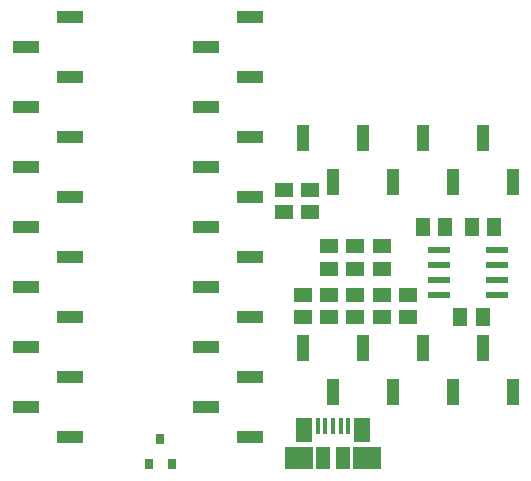
<source format=gbr>
G04 EAGLE Gerber RS-274X export*
G75*
%MOMM*%
%FSLAX34Y34*%
%LPD*%
%INSolderpaste Bottom*%
%IPPOS*%
%AMOC8*
5,1,8,0,0,1.08239X$1,22.5*%
G01*
%ADD10R,1.016000X2.285000*%
%ADD11R,0.450000X1.380000*%
%ADD12R,1.475000X2.100000*%
%ADD13R,2.375000X1.900000*%
%ADD14R,1.175000X1.900000*%
%ADD15R,0.800000X0.900000*%
%ADD16R,2.285000X1.016000*%
%ADD17R,1.500000X1.300000*%
%ADD18R,1.981200X0.558800*%
%ADD19R,1.300000X1.500000*%


D10*
X285714Y-318100D03*
X311036Y-354983D03*
X336514Y-318100D03*
X361836Y-354983D03*
X387314Y-318100D03*
X412636Y-354983D03*
X438114Y-318100D03*
X463436Y-354983D03*
X285714Y-140300D03*
X311036Y-177183D03*
X336514Y-140300D03*
X361836Y-177183D03*
X387314Y-140300D03*
X412636Y-177183D03*
X438114Y-140300D03*
X463436Y-177183D03*
D11*
X324150Y-384175D03*
X317650Y-384175D03*
X311150Y-384175D03*
X304650Y-384175D03*
X298150Y-384175D03*
D12*
X335775Y-387775D03*
X286525Y-387775D03*
D13*
X340275Y-410775D03*
D14*
X319350Y-410775D03*
X302650Y-410775D03*
D13*
X282025Y-410775D03*
D15*
X174600Y-416400D03*
X155600Y-416400D03*
X165100Y-395400D03*
D16*
X88300Y-38064D03*
X51418Y-63386D03*
X88300Y-88864D03*
X51418Y-114186D03*
X88300Y-139664D03*
X51418Y-164986D03*
X88300Y-190464D03*
X51418Y-215786D03*
X88300Y-241264D03*
X51418Y-266586D03*
X88300Y-292064D03*
X51418Y-317386D03*
X88300Y-342864D03*
X51418Y-368186D03*
X88300Y-393664D03*
X240700Y-38064D03*
X203818Y-63386D03*
X240700Y-88864D03*
X203818Y-114186D03*
X240700Y-139664D03*
X203818Y-164986D03*
X240700Y-190464D03*
X203818Y-215786D03*
X240700Y-241264D03*
X203818Y-266586D03*
X240700Y-292064D03*
X203818Y-317386D03*
X240700Y-342864D03*
X203818Y-368186D03*
X240700Y-393664D03*
D17*
X352425Y-273075D03*
X352425Y-292075D03*
X307975Y-273075D03*
X307975Y-292075D03*
X307975Y-250800D03*
X307975Y-231800D03*
D18*
X400812Y-273050D03*
X400812Y-260350D03*
X400812Y-247650D03*
X400812Y-234950D03*
X450088Y-234950D03*
X450088Y-247650D03*
X450088Y-260350D03*
X450088Y-273050D03*
D17*
X330200Y-231800D03*
X330200Y-250800D03*
X330200Y-273075D03*
X330200Y-292075D03*
X285750Y-273075D03*
X285750Y-292075D03*
D19*
X406375Y-215900D03*
X387375Y-215900D03*
X419125Y-292100D03*
X438125Y-292100D03*
D17*
X352425Y-250800D03*
X352425Y-231800D03*
X374650Y-292075D03*
X374650Y-273075D03*
D19*
X447650Y-215900D03*
X428650Y-215900D03*
D17*
X269875Y-184175D03*
X269875Y-203175D03*
X292100Y-184175D03*
X292100Y-203175D03*
M02*

</source>
